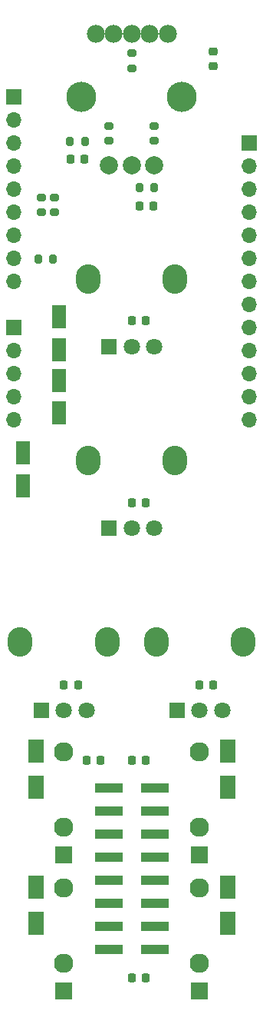
<source format=gbr>
%TF.GenerationSoftware,KiCad,Pcbnew,(6.0.9)*%
%TF.CreationDate,2023-01-29T17:20:29+01:00*%
%TF.ProjectId,wvtbl_main_board,77767462-6c5f-46d6-9169-6e5f626f6172,rev?*%
%TF.SameCoordinates,Original*%
%TF.FileFunction,Soldermask,Bot*%
%TF.FilePolarity,Negative*%
%FSLAX46Y46*%
G04 Gerber Fmt 4.6, Leading zero omitted, Abs format (unit mm)*
G04 Created by KiCad (PCBNEW (6.0.9)) date 2023-01-29 17:20:29*
%MOMM*%
%LPD*%
G01*
G04 APERTURE LIST*
G04 Aperture macros list*
%AMRoundRect*
0 Rectangle with rounded corners*
0 $1 Rounding radius*
0 $2 $3 $4 $5 $6 $7 $8 $9 X,Y pos of 4 corners*
0 Add a 4 corners polygon primitive as box body*
4,1,4,$2,$3,$4,$5,$6,$7,$8,$9,$2,$3,0*
0 Add four circle primitives for the rounded corners*
1,1,$1+$1,$2,$3*
1,1,$1+$1,$4,$5*
1,1,$1+$1,$6,$7*
1,1,$1+$1,$8,$9*
0 Add four rect primitives between the rounded corners*
20,1,$1+$1,$2,$3,$4,$5,0*
20,1,$1+$1,$4,$5,$6,$7,0*
20,1,$1+$1,$6,$7,$8,$9,0*
20,1,$1+$1,$8,$9,$2,$3,0*%
G04 Aperture macros list end*
%ADD10O,2.720000X3.240000*%
%ADD11R,1.800000X1.800000*%
%ADD12C,1.800000*%
%ADD13R,1.930000X1.830000*%
%ADD14C,2.130000*%
%ADD15C,1.981200*%
%ADD16C,2.001520*%
%ADD17C,3.317240*%
%ADD18RoundRect,0.200000X-0.275000X0.200000X-0.275000X-0.200000X0.275000X-0.200000X0.275000X0.200000X0*%
%ADD19RoundRect,0.225000X0.250000X-0.225000X0.250000X0.225000X-0.250000X0.225000X-0.250000X-0.225000X0*%
%ADD20RoundRect,0.225000X0.225000X0.250000X-0.225000X0.250000X-0.225000X-0.250000X0.225000X-0.250000X0*%
%ADD21R,1.800000X2.500000*%
%ADD22RoundRect,0.200000X0.200000X0.275000X-0.200000X0.275000X-0.200000X-0.275000X0.200000X-0.275000X0*%
%ADD23RoundRect,0.225000X-0.225000X-0.250000X0.225000X-0.250000X0.225000X0.250000X-0.225000X0.250000X0*%
%ADD24R,3.150000X1.000000*%
%ADD25RoundRect,0.250000X0.550000X-1.050000X0.550000X1.050000X-0.550000X1.050000X-0.550000X-1.050000X0*%
%ADD26RoundRect,0.250000X-0.550000X1.050000X-0.550000X-1.050000X0.550000X-1.050000X0.550000X1.050000X0*%
%ADD27RoundRect,0.200000X-0.200000X-0.275000X0.200000X-0.275000X0.200000X0.275000X-0.200000X0.275000X0*%
%ADD28RoundRect,0.200000X0.275000X-0.200000X0.275000X0.200000X-0.275000X0.200000X-0.275000X-0.200000X0*%
%ADD29R,1.700000X1.700000*%
%ADD30O,1.700000X1.700000*%
G04 APERTURE END LIST*
D10*
%TO.C,RV2*%
X54800000Y-95000000D03*
X45200000Y-95000000D03*
D11*
X47500000Y-102500000D03*
D12*
X50000000Y-102500000D03*
X52500000Y-102500000D03*
%TD*%
D13*
%TO.C,J5*%
X57500000Y-153480000D03*
D14*
X57500000Y-142080000D03*
X57500000Y-150380000D03*
%TD*%
D15*
%TO.C,S1*%
X46002040Y-48002300D03*
X48001020Y-48002300D03*
X50000000Y-48002300D03*
X51998980Y-48002300D03*
X53997960Y-48002300D03*
D16*
X47500640Y-62498080D03*
X52499360Y-62498080D03*
X50000000Y-62498080D03*
D17*
X44450100Y-55000000D03*
X55549900Y-55000000D03*
%TD*%
D13*
%TO.C,J2*%
X42500000Y-153480000D03*
D14*
X42500000Y-142080000D03*
X42500000Y-150380000D03*
%TD*%
D10*
%TO.C,RV4*%
X52700000Y-115000000D03*
X62300000Y-115000000D03*
D11*
X55000000Y-122500000D03*
D12*
X57500000Y-122500000D03*
X60000000Y-122500000D03*
%TD*%
D10*
%TO.C,RV3*%
X47300000Y-115000000D03*
X37700000Y-115000000D03*
D11*
X40000000Y-122500000D03*
D12*
X42500000Y-122500000D03*
X45000000Y-122500000D03*
%TD*%
D13*
%TO.C,J4*%
X57500000Y-138480000D03*
D14*
X57500000Y-127080000D03*
X57500000Y-135380000D03*
%TD*%
D13*
%TO.C,J3*%
X42500000Y-138480000D03*
D14*
X42500000Y-127080000D03*
X42500000Y-135380000D03*
%TD*%
D10*
%TO.C,RV1*%
X45200000Y-75000000D03*
X54800000Y-75000000D03*
D11*
X47500000Y-82500000D03*
D12*
X50000000Y-82500000D03*
X52500000Y-82500000D03*
%TD*%
D18*
%TO.C,R4*%
X52500000Y-58175000D03*
X52500000Y-59825000D03*
%TD*%
%TO.C,R3*%
X47500000Y-58175000D03*
X47500000Y-59825000D03*
%TD*%
D19*
%TO.C,C3*%
X59000000Y-51550000D03*
X59000000Y-50000000D03*
%TD*%
D20*
%TO.C,C9*%
X51575000Y-152000000D03*
X50025000Y-152000000D03*
%TD*%
D21*
%TO.C,D4*%
X60600000Y-131000000D03*
X60600000Y-127000000D03*
%TD*%
D22*
%TO.C,R8*%
X41325000Y-72800000D03*
X39675000Y-72800000D03*
%TD*%
D23*
%TO.C,C2*%
X50025000Y-79600000D03*
X51575000Y-79600000D03*
%TD*%
D24*
%TO.C,J1*%
X52525000Y-131110000D03*
X47475000Y-131110000D03*
X52525000Y-133650000D03*
X47475000Y-133650000D03*
X52525000Y-136190000D03*
X47475000Y-136190000D03*
X52525000Y-138730000D03*
X47475000Y-138730000D03*
X52525000Y-141270000D03*
X47475000Y-141270000D03*
X52525000Y-143810000D03*
X47475000Y-143810000D03*
X52525000Y-146350000D03*
X47475000Y-146350000D03*
X52525000Y-148890000D03*
X47475000Y-148890000D03*
%TD*%
D25*
%TO.C,C8*%
X38000000Y-97800000D03*
X38000000Y-94200000D03*
%TD*%
D26*
%TO.C,C12*%
X42000000Y-79200000D03*
X42000000Y-82800000D03*
%TD*%
D23*
%TO.C,C1*%
X43225000Y-61850000D03*
X44775000Y-61850000D03*
%TD*%
D27*
%TO.C,R2*%
X50825000Y-65000000D03*
X52475000Y-65000000D03*
%TD*%
D26*
%TO.C,C10*%
X42000000Y-86200000D03*
X42000000Y-89800000D03*
%TD*%
D28*
%TO.C,R5*%
X50000000Y-51825000D03*
X50000000Y-50175000D03*
%TD*%
D21*
%TO.C,D2*%
X39400000Y-131000000D03*
X39400000Y-127000000D03*
%TD*%
D18*
%TO.C,R6*%
X40000000Y-66025000D03*
X40000000Y-67675000D03*
%TD*%
D23*
%TO.C,C6*%
X42525000Y-119700000D03*
X44075000Y-119700000D03*
%TD*%
%TO.C,C5*%
X50025000Y-99700000D03*
X51575000Y-99700000D03*
%TD*%
D21*
%TO.C,D1*%
X39400000Y-146000000D03*
X39400000Y-142000000D03*
%TD*%
D18*
%TO.C,R7*%
X41500000Y-66025000D03*
X41500000Y-67675000D03*
%TD*%
D23*
%TO.C,C4*%
X50875000Y-67000000D03*
X52425000Y-67000000D03*
%TD*%
%TO.C,C7*%
X57475000Y-119700000D03*
X59025000Y-119700000D03*
%TD*%
%TO.C,C11*%
X45025000Y-128000000D03*
X46575000Y-128000000D03*
%TD*%
D21*
%TO.C,D3*%
X60600000Y-146000000D03*
X60600000Y-142000000D03*
%TD*%
D27*
%TO.C,R1*%
X43175000Y-59850000D03*
X44825000Y-59850000D03*
%TD*%
D23*
%TO.C,C13*%
X50025000Y-128000000D03*
X51575000Y-128000000D03*
%TD*%
D29*
%TO.C,U1*%
X63000000Y-60080000D03*
D30*
X63000000Y-62620000D03*
X63000000Y-65160000D03*
X63000000Y-67700000D03*
X63000000Y-70240000D03*
X63000000Y-72780000D03*
X63000000Y-75320000D03*
X63000000Y-77860000D03*
X63000000Y-80400000D03*
X63000000Y-82940000D03*
X63000000Y-85480000D03*
X63000000Y-88020000D03*
X63000000Y-90560000D03*
X37000000Y-90560000D03*
X37000000Y-88020000D03*
X37000000Y-85480000D03*
X37000000Y-82940000D03*
D29*
X37000000Y-80400000D03*
D30*
X37000000Y-75320000D03*
X37000000Y-72780000D03*
X37000000Y-70240000D03*
X37000000Y-67700000D03*
X37000000Y-65160000D03*
X37000000Y-62620000D03*
X37000000Y-60080000D03*
X37000000Y-57540000D03*
D29*
X37000000Y-55000000D03*
%TD*%
M02*

</source>
